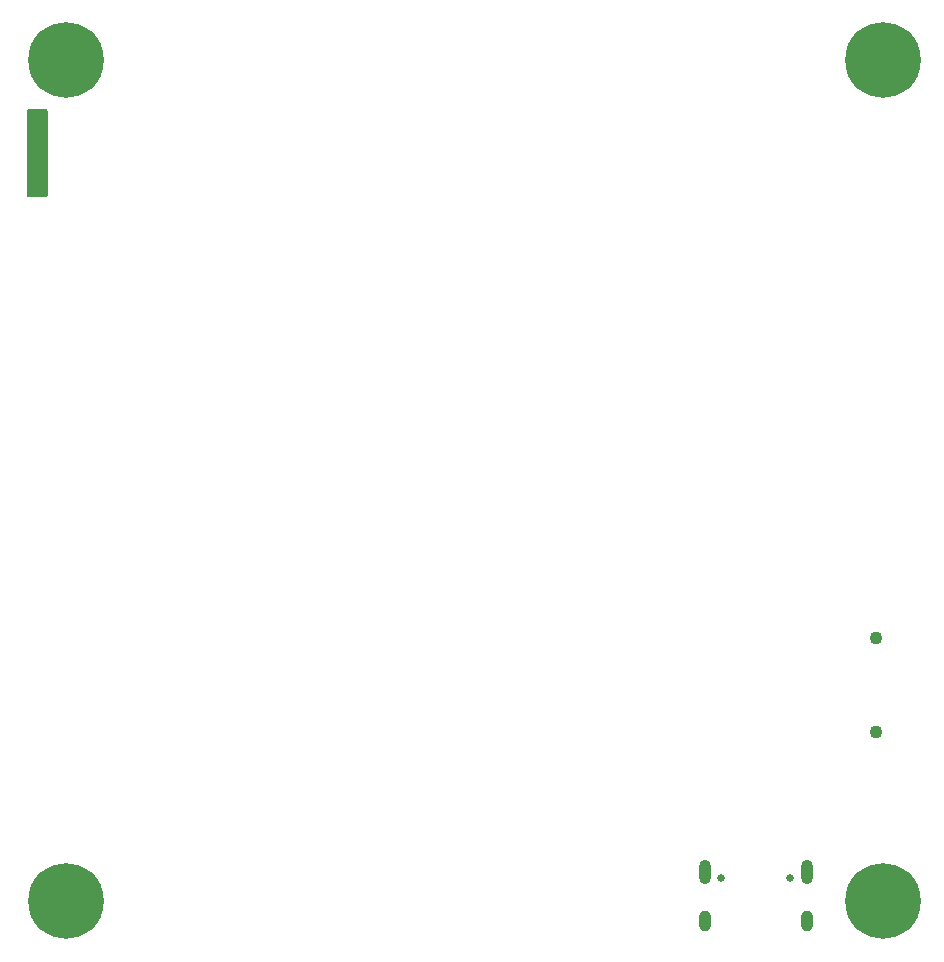
<source format=gbr>
%TF.GenerationSoftware,KiCad,Pcbnew,8.0.2*%
%TF.CreationDate,2024-07-15T20:50:26+07:00*%
%TF.ProjectId,chroma-pixel-h743,6368726f-6d61-42d7-9069-78656c2d6837,rev?*%
%TF.SameCoordinates,Original*%
%TF.FileFunction,Soldermask,Bot*%
%TF.FilePolarity,Negative*%
%FSLAX46Y46*%
G04 Gerber Fmt 4.6, Leading zero omitted, Abs format (unit mm)*
G04 Created by KiCad (PCBNEW 8.0.2) date 2024-07-15 20:50:26*
%MOMM*%
%LPD*%
G01*
G04 APERTURE LIST*
%ADD10C,0.800000*%
%ADD11C,6.400000*%
%ADD12C,0.650000*%
%ADD13O,1.000000X2.100000*%
%ADD14O,1.000000X1.800000*%
%ADD15C,1.100000*%
G04 APERTURE END LIST*
D10*
%TO.C,H3*%
X181197300Y-122941100D03*
X180494356Y-124638156D03*
X180494356Y-121244044D03*
X178797300Y-125341100D03*
D11*
X178797300Y-122941100D03*
D10*
X178797300Y-120541100D03*
X177100244Y-124638156D03*
X177100244Y-121244044D03*
X176397300Y-122941100D03*
%TD*%
%TO.C,H4*%
X111997300Y-122941100D03*
X111294356Y-124638156D03*
X111294356Y-121244044D03*
X109597300Y-125341100D03*
D11*
X109597300Y-122941100D03*
D10*
X109597300Y-120541100D03*
X107900244Y-124638156D03*
X107900244Y-121244044D03*
X107197300Y-122941100D03*
%TD*%
D12*
%TO.C,J4*%
X165081700Y-120946900D03*
X170861700Y-120946900D03*
D13*
X163651700Y-120426900D03*
D14*
X163651700Y-124626900D03*
D13*
X172291700Y-120426900D03*
D14*
X172291700Y-124626900D03*
%TD*%
D10*
%TO.C,H1*%
X111997300Y-51741100D03*
X111294356Y-53438156D03*
X111294356Y-50044044D03*
X109597300Y-54141100D03*
D11*
X109597300Y-51741100D03*
D10*
X109597300Y-49341100D03*
X107900244Y-53438156D03*
X107900244Y-50044044D03*
X107197300Y-51741100D03*
%TD*%
D15*
%TO.C,J3*%
X178157400Y-108632800D03*
X178157400Y-100632800D03*
%TD*%
D10*
%TO.C,H2*%
X181197300Y-51741100D03*
X180494356Y-53438156D03*
X180494356Y-50044044D03*
X178797300Y-54141100D03*
D11*
X178797300Y-51741100D03*
D10*
X178797300Y-49341100D03*
X177100244Y-53438156D03*
X177100244Y-50044044D03*
X176397300Y-51741100D03*
%TD*%
G36*
X107969239Y-55899685D02*
G01*
X108014994Y-55952489D01*
X108026200Y-56004000D01*
X108026200Y-63198200D01*
X108006515Y-63265239D01*
X107953711Y-63310994D01*
X107902200Y-63322200D01*
X106423000Y-63322200D01*
X106355961Y-63302515D01*
X106310206Y-63249711D01*
X106299000Y-63198200D01*
X106299000Y-56004000D01*
X106318685Y-55936961D01*
X106371489Y-55891206D01*
X106423000Y-55880000D01*
X107902200Y-55880000D01*
X107969239Y-55899685D01*
G37*
M02*

</source>
